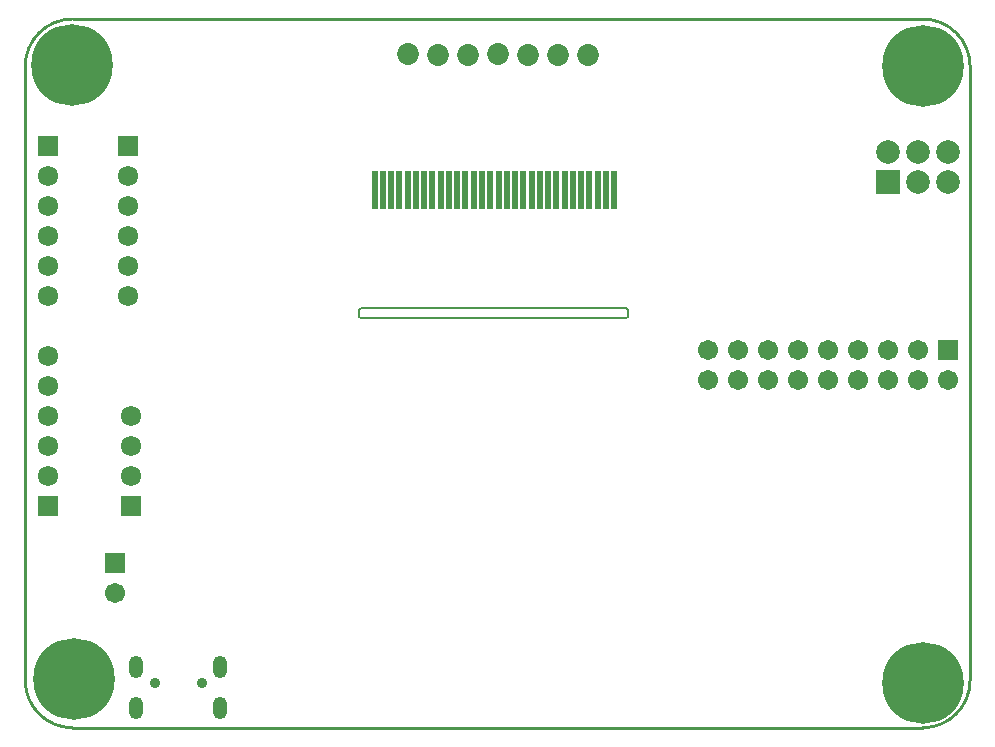
<source format=gbs>
G04*
G04 #@! TF.GenerationSoftware,Altium Limited,Altium Designer,18.1.9 (240)*
G04*
G04 Layer_Color=16711935*
%FSLAX25Y25*%
%MOIN*%
G70*
G01*
G75*
%ADD10C,0.01000*%
%ADD18C,0.00600*%
%ADD65C,0.07296*%
%ADD66C,0.27178*%
%ADD67C,0.05524*%
%ADD68O,0.04737X0.07488*%
%ADD69O,0.04737X0.07488*%
%ADD70C,0.03556*%
%ADD71C,0.06706*%
%ADD72R,0.06706X0.06706*%
%ADD73R,0.06784X0.06784*%
%ADD74C,0.06784*%
%ADD75C,0.07887*%
%ADD76R,0.07887X0.07887*%
%ADD77R,0.06706X0.06706*%
%ADD78C,0.06706*%
%ADD97R,0.02335X0.12611*%
D10*
X299720Y1236D02*
G03*
X315480Y16978I9J15751D01*
G01*
X315480Y221709D02*
G03*
X299720Y237457I-15754J-6D01*
G01*
X16319D02*
G03*
X520Y221709I-26J-15774D01*
G01*
X520Y16937D02*
G03*
X16268Y1236I15725J23D01*
G01*
X520Y16937D02*
Y221709D01*
X16319Y237457D02*
X299720D01*
X315480Y16978D02*
Y222236D01*
X16268Y1236D02*
X299720D01*
D18*
X201307Y138244D02*
Y140618D01*
X111937Y138244D02*
Y140606D01*
Y138244D02*
X112331Y137850D01*
X200913D01*
X201307Y138244D01*
X200925Y141000D02*
X201307Y140618D01*
X112331Y141000D02*
X200925D01*
X111937Y140606D02*
X112331Y141000D01*
D65*
X128000Y225636D02*
D03*
X138000Y225616D02*
D03*
X148000D02*
D03*
X158000Y225646D02*
D03*
X167990Y225626D02*
D03*
X177990D02*
D03*
X187990Y225616D02*
D03*
D66*
X16686Y17579D02*
D03*
X16268Y222236D02*
D03*
X299732Y16174D02*
D03*
Y221709D02*
D03*
D67*
X26186Y17579D02*
D03*
X23419Y10898D02*
D03*
X16737Y8131D02*
D03*
X10056Y10898D02*
D03*
X7288Y17579D02*
D03*
X10056Y24261D02*
D03*
X16737Y27028D02*
D03*
X23418Y24261D02*
D03*
X25768Y222236D02*
D03*
X23000Y215555D02*
D03*
X16319Y212787D02*
D03*
X9638Y215555D02*
D03*
X6870Y222236D02*
D03*
X9638Y228918D02*
D03*
X16319Y231685D02*
D03*
X23000Y228918D02*
D03*
X309233Y16174D02*
D03*
X306465Y9493D02*
D03*
X299784Y6726D02*
D03*
X293102Y9493D02*
D03*
X290335Y16174D02*
D03*
X293102Y22856D02*
D03*
X299784Y25623D02*
D03*
X306465Y22856D02*
D03*
X309233Y221709D02*
D03*
X306465Y215027D02*
D03*
X299784Y212260D02*
D03*
X293102Y215027D02*
D03*
X290335Y221709D02*
D03*
X293102Y228390D02*
D03*
X299784Y231157D02*
D03*
X306465Y228390D02*
D03*
D68*
X65594Y7808D02*
D03*
X37445D02*
D03*
D69*
Y21391D02*
D03*
X65594D02*
D03*
D70*
X59394Y16174D02*
D03*
X43646D02*
D03*
D71*
X30520Y46236D02*
D03*
D72*
Y56236D02*
D03*
D73*
X34878Y195252D02*
D03*
X7961Y75236D02*
D03*
Y195252D02*
D03*
X35760Y75236D02*
D03*
D74*
X34878Y185252D02*
D03*
Y175252D02*
D03*
Y165252D02*
D03*
Y155252D02*
D03*
Y145252D02*
D03*
X7961Y85236D02*
D03*
Y95236D02*
D03*
Y105236D02*
D03*
Y115236D02*
D03*
Y125236D02*
D03*
Y185252D02*
D03*
Y175252D02*
D03*
Y165252D02*
D03*
Y155252D02*
D03*
Y145252D02*
D03*
X35760Y105236D02*
D03*
Y95236D02*
D03*
Y85236D02*
D03*
D75*
X308074Y193236D02*
D03*
Y183236D02*
D03*
X298074Y193236D02*
D03*
Y183236D02*
D03*
X288074Y193236D02*
D03*
D76*
Y183236D02*
D03*
D77*
X308181Y127300D02*
D03*
D78*
X228181Y117300D02*
D03*
Y127300D02*
D03*
X238181Y117300D02*
D03*
Y127300D02*
D03*
X248181Y117300D02*
D03*
Y127300D02*
D03*
X258181Y117300D02*
D03*
Y127300D02*
D03*
X268181Y117300D02*
D03*
Y127300D02*
D03*
X278181Y117300D02*
D03*
Y127300D02*
D03*
X288181Y117300D02*
D03*
Y127300D02*
D03*
X298181Y117300D02*
D03*
Y127300D02*
D03*
X308181Y117300D02*
D03*
D97*
X116957Y180336D02*
D03*
X119713D02*
D03*
X122469D02*
D03*
X125225D02*
D03*
X127981D02*
D03*
X130737D02*
D03*
X133493D02*
D03*
X136248D02*
D03*
X139004D02*
D03*
X141760D02*
D03*
X144516D02*
D03*
X147272D02*
D03*
X150028D02*
D03*
X152784D02*
D03*
X155540D02*
D03*
X158296D02*
D03*
X196878D02*
D03*
X194123D02*
D03*
X191367D02*
D03*
X188611D02*
D03*
X185855D02*
D03*
X183099D02*
D03*
X180343D02*
D03*
X177587D02*
D03*
X174831D02*
D03*
X172075D02*
D03*
X169319D02*
D03*
X166563D02*
D03*
X163808D02*
D03*
X161052D02*
D03*
M02*

</source>
